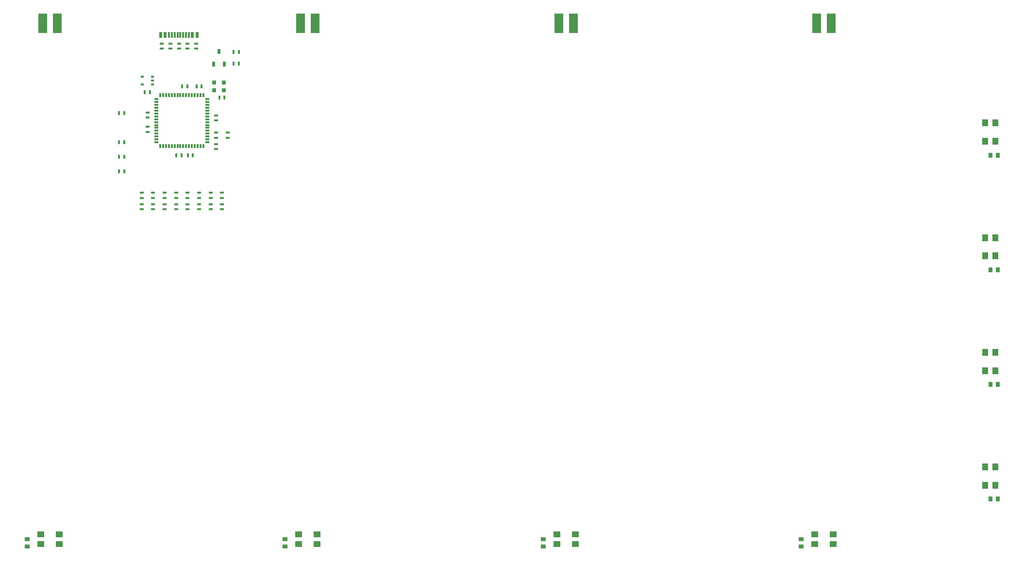
<source format=gtp>
G04*
G04 #@! TF.GenerationSoftware,Altium Limited,Altium Designer,25.8.1 (18)*
G04*
G04 Layer_Color=8421504*
%FSLAX44Y44*%
%MOMM*%
G71*
G04*
G04 #@! TF.SameCoordinates,81A76FAA-9F08-4CFF-9DB7-55C6E21C8CF3*
G04*
G04*
G04 #@! TF.FilePolarity,Positive*
G04*
G01*
G75*
%ADD11R,0.4000X0.7000*%
%ADD12R,0.6000X0.9000*%
%ADD13R,0.7000X0.4000*%
%ADD14R,0.3000X1.0000*%
%ADD15R,0.6000X1.0000*%
%ADD16R,0.3500X0.8000*%
%ADD17R,0.7000X0.9000*%
%ADD18R,1.1000X1.2000*%
%ADD19R,0.9000X0.7000*%
%ADD20R,1.2000X1.1000*%
%ADD21R,1.5000X3.5000*%
%ADD22R,0.7800X0.6800*%
%ADD23R,0.6000X0.3500*%
%ADD24R,0.8000X0.3500*%
D11*
X640500Y880000D02*
D03*
X649500D02*
D03*
X640500Y900000D02*
D03*
X649500D02*
D03*
X615500Y820000D02*
D03*
X575500Y840000D02*
D03*
X550500Y840000D02*
D03*
X494500Y830000D02*
D03*
X540500Y720000D02*
D03*
X485500Y830000D02*
D03*
X569500Y720000D02*
D03*
X624500Y820000D02*
D03*
X584500Y840000D02*
D03*
X559500Y840000D02*
D03*
X549500Y720000D02*
D03*
X560500Y720000D02*
D03*
X449500Y793100D02*
D03*
X440500D02*
D03*
X449500Y691500D02*
D03*
X440500D02*
D03*
X449500Y716900D02*
D03*
X440500D02*
D03*
X449500Y742300D02*
D03*
X440500D02*
D03*
D12*
X615000Y901000D02*
D03*
X624500Y879000D02*
D03*
X605500D02*
D03*
D13*
X575000Y914500D02*
D03*
Y905500D02*
D03*
X560000Y914500D02*
D03*
Y905500D02*
D03*
X545000Y914500D02*
D03*
Y905500D02*
D03*
X515000Y914500D02*
D03*
Y905500D02*
D03*
X530000Y914500D02*
D03*
Y905500D02*
D03*
X630000Y759500D02*
D03*
X610000Y780500D02*
D03*
Y759500D02*
D03*
X540000Y625500D02*
D03*
X520000D02*
D03*
X480000D02*
D03*
X500000D02*
D03*
X620000D02*
D03*
X600000D02*
D03*
X490000Y785500D02*
D03*
Y769500D02*
D03*
X580000Y625500D02*
D03*
X560000D02*
D03*
X610000Y730500D02*
D03*
Y789500D02*
D03*
X490000Y794500D02*
D03*
Y760500D02*
D03*
X540000Y654500D02*
D03*
X520000D02*
D03*
X500000D02*
D03*
X480000D02*
D03*
X620000D02*
D03*
X600000D02*
D03*
X580000D02*
D03*
X560000D02*
D03*
X480000Y634500D02*
D03*
X520000Y645500D02*
D03*
X500000Y634500D02*
D03*
X480000Y645500D02*
D03*
X500000D02*
D03*
X610000Y750500D02*
D03*
X630000Y750500D02*
D03*
X610000Y739500D02*
D03*
X620000Y645500D02*
D03*
X560000Y634500D02*
D03*
X600000D02*
D03*
Y645500D02*
D03*
X580000Y634500D02*
D03*
Y645500D02*
D03*
X620000Y634500D02*
D03*
X520000D02*
D03*
X560000Y645500D02*
D03*
X540000Y634500D02*
D03*
Y645500D02*
D03*
D14*
X562500Y930000D02*
D03*
X557500D02*
D03*
X527500D02*
D03*
X532500D02*
D03*
X552500D02*
D03*
X542500D02*
D03*
X547500D02*
D03*
X537500D02*
D03*
D15*
X521000D02*
D03*
X568500D02*
D03*
X577000D02*
D03*
X513000D02*
D03*
D16*
X567500Y824500D02*
D03*
X577500D02*
D03*
X552500D02*
D03*
X542500Y735500D02*
D03*
X587500Y824500D02*
D03*
X572500D02*
D03*
X582500D02*
D03*
X557500D02*
D03*
X547500Y735500D02*
D03*
X552500D02*
D03*
X532500Y824500D02*
D03*
X537500D02*
D03*
X542500D02*
D03*
X547500D02*
D03*
X562500D02*
D03*
X587500Y735500D02*
D03*
X582500D02*
D03*
X577500D02*
D03*
X572500D02*
D03*
X567500D02*
D03*
X562500D02*
D03*
X557500D02*
D03*
X537500D02*
D03*
X532500D02*
D03*
X527500D02*
D03*
X522500D02*
D03*
X517500D02*
D03*
X512500D02*
D03*
X527500Y824500D02*
D03*
X522500D02*
D03*
X517500D02*
D03*
X512500D02*
D03*
D17*
X1960000Y720000D02*
D03*
Y520000D02*
D03*
Y320000D02*
D03*
Y120000D02*
D03*
X1973000Y720000D02*
D03*
Y520000D02*
D03*
Y320000D02*
D03*
Y120000D02*
D03*
D18*
X1951250Y776000D02*
D03*
Y576000D02*
D03*
Y376000D02*
D03*
Y176000D02*
D03*
X1968750Y744000D02*
D03*
Y544000D02*
D03*
Y344000D02*
D03*
Y144000D02*
D03*
X1951250Y744000D02*
D03*
X1968750Y776000D02*
D03*
X1951250Y544000D02*
D03*
X1968750Y576000D02*
D03*
X1951250Y344000D02*
D03*
X1968750Y376000D02*
D03*
X1951250Y144000D02*
D03*
X1968750Y176000D02*
D03*
D19*
X1630000Y50000D02*
D03*
X1180000D02*
D03*
X730000D02*
D03*
X280000D02*
D03*
X1630000Y37000D02*
D03*
X1180000D02*
D03*
X730000D02*
D03*
X280000D02*
D03*
D20*
X1686000Y58750D02*
D03*
X1236000D02*
D03*
X786000D02*
D03*
X336000D02*
D03*
X1654000Y41250D02*
D03*
X1204000D02*
D03*
X754000D02*
D03*
X304000D02*
D03*
X1654000Y58750D02*
D03*
X1686000Y41250D02*
D03*
X1204000Y58750D02*
D03*
X1236000Y41250D02*
D03*
X754000Y58750D02*
D03*
X786000Y41250D02*
D03*
X336000D02*
D03*
X304000Y58750D02*
D03*
D21*
X1682700Y950000D02*
D03*
X1232700D02*
D03*
X782700D02*
D03*
X332700Y950000D02*
D03*
X1207300Y950000D02*
D03*
X757300D02*
D03*
X307300Y950000D02*
D03*
X1657300Y950000D02*
D03*
D22*
X606350Y846650D02*
D03*
X623650Y833350D02*
D03*
Y846650D02*
D03*
X606350Y833350D02*
D03*
D23*
X499000Y856500D02*
D03*
X481000Y843500D02*
D03*
Y856500D02*
D03*
X499000Y843500D02*
D03*
Y850000D02*
D03*
D24*
X594500Y782500D02*
D03*
Y757500D02*
D03*
X505500Y767500D02*
D03*
Y787500D02*
D03*
X594500Y787500D02*
D03*
X505500Y792500D02*
D03*
Y762500D02*
D03*
X594500Y817500D02*
D03*
Y812500D02*
D03*
Y807500D02*
D03*
Y802500D02*
D03*
Y797500D02*
D03*
Y792500D02*
D03*
Y777500D02*
D03*
Y772500D02*
D03*
Y767500D02*
D03*
Y762500D02*
D03*
Y752500D02*
D03*
Y747500D02*
D03*
Y742500D02*
D03*
X505500Y817500D02*
D03*
Y802500D02*
D03*
Y797500D02*
D03*
Y782500D02*
D03*
Y777500D02*
D03*
Y772500D02*
D03*
Y757500D02*
D03*
Y752500D02*
D03*
Y747500D02*
D03*
Y742500D02*
D03*
Y812500D02*
D03*
Y807500D02*
D03*
M02*

</source>
